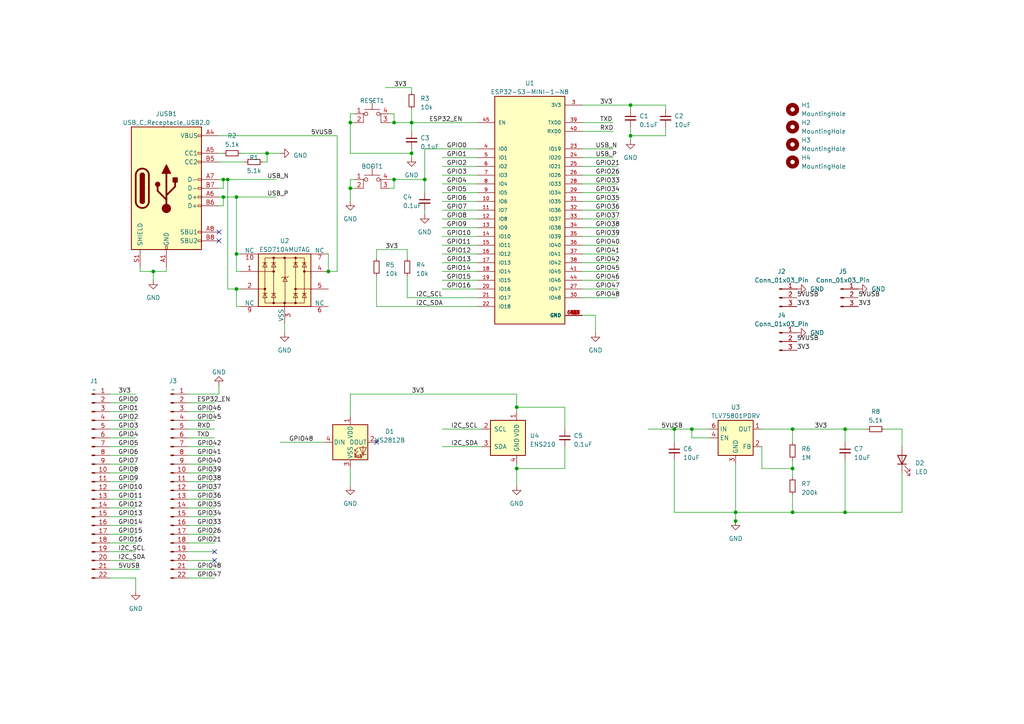
<source format=kicad_sch>
(kicad_sch (version 20231120) (generator "eeschema") (generator_version "8.0")
  (paper "A4")
  (lib_symbols
    (symbol "Connector:Conn_01x03_Pin" (pin_names (offset 1.016) hide)
      (property "Reference" "J" (at 0 5.08 0))
      (property "Value" "Conn_01x03_Pin" (at 0 -5.08 0))
      (symbol "Conn_01x03_Pin_1_1"
        (pin passive line (at 5.08 2.54 180) (length 3.81) (name "Pin_1") (number "1"))
        (pin passive line (at 5.08 0 180) (length 3.81) (name "Pin_2") (number "2"))
        (pin passive line (at 5.08 -2.54 180) (length 3.81) (name "Pin_3") (number "3"))
      )
    )
    (symbol "Connector:Conn_01x22_Pin" (pin_names (offset 1.016) hide)
      (property "Reference" "J" (at 0 27.94 0))
      (property "Value" "Conn_01x22_Pin" (at 0 -30.48 0))
      (symbol "Conn_01x22_Pin_1_1"
        (pin passive line (at 5.08 25.4 180) (length 3.81) (name "Pin_1") (number "1"))
        (pin passive line (at 5.08 2.54 180) (length 3.81) (name "Pin_10") (number "10"))
        (pin passive line (at 5.08 0 180) (length 3.81) (name "Pin_11") (number "11"))
        (pin passive line (at 5.08 -2.54 180) (length 3.81) (name "Pin_12") (number "12"))
        (pin passive line (at 5.08 -5.08 180) (length 3.81) (name "Pin_13") (number "13"))
        (pin passive line (at 5.08 -7.62 180) (length 3.81) (name "Pin_14") (number "14"))
        (pin passive line (at 5.08 -10.16 180) (length 3.81) (name "Pin_15") (number "15"))
        (pin passive line (at 5.08 -12.7 180) (length 3.81) (name "Pin_16") (number "16"))
        (pin passive line (at 5.08 -15.24 180) (length 3.81) (name "Pin_17") (number "17"))
        (pin passive line (at 5.08 -17.78 180) (length 3.81) (name "Pin_18") (number "18"))
        (pin passive line (at 5.08 -20.32 180) (length 3.81) (name "Pin_19") (number "19"))
        (pin passive line (at 5.08 22.86 180) (length 3.81) (name "Pin_2") (number "2"))
        (pin passive line (at 5.08 -22.86 180) (length 3.81) (name "Pin_20") (number "20"))
        (pin passive line (at 5.08 -25.4 180) (length 3.81) (name "Pin_21") (number "21"))
        (pin passive line (at 5.08 -27.94 180) (length 3.81) (name "Pin_22") (number "22"))
        (pin passive line (at 5.08 20.32 180) (length 3.81) (name "Pin_3") (number "3"))
        (pin passive line (at 5.08 17.78 180) (length 3.81) (name "Pin_4") (number "4"))
        (pin passive line (at 5.08 15.24 180) (length 3.81) (name "Pin_5") (number "5"))
        (pin passive line (at 5.08 12.7 180) (length 3.81) (name "Pin_6") (number "6"))
        (pin passive line (at 5.08 10.16 180) (length 3.81) (name "Pin_7") (number "7"))
        (pin passive line (at 5.08 7.62 180) (length 3.81) (name "Pin_8") (number "8"))
        (pin passive line (at 5.08 5.08 180) (length 3.81) (name "Pin_9") (number "9"))
      )
    )
    (symbol "Connector:USB_C_Receptacle_USB2.0" (pin_names (offset 1.016))
      (property "Reference" "J" (at -10.16 19.05 0))
      (property "Value" "USB_C_Receptacle_USB2.0" (at 19.05 19.05 0))
      (symbol "USB_C_Receptacle_USB2.0_1_1"
        (pin passive line (at 0 -22.86 90) (length 5.08) (name "GND") (number "A1"))
        (pin passive line (at 0 -22.86 90) (length 5.08) hide (name "GND") (number "A12"))
        (pin passive line (at 15.24 15.24 180) (length 5.08) (name "VBUS") (number "A4"))
        (pin bidirectional line (at 15.24 10.16 180) (length 5.08) (name "CC1") (number "A5"))
        (pin bidirectional line (at 15.24 -2.54 180) (length 5.08) (name "D+") (number "A6"))
        (pin bidirectional line (at 15.24 2.54 180) (length 5.08) (name "D-") (number "A7"))
        (pin bidirectional line (at 15.24 -12.7 180) (length 5.08) (name "SBU1") (number "A8"))
        (pin passive line (at 15.24 15.24 180) (length 5.08) hide (name "VBUS") (number "A9"))
        (pin passive line (at 0 -22.86 90) (length 5.08) hide (name "GND") (number "B1"))
        (pin passive line (at 0 -22.86 90) (length 5.08) hide (name "GND") (number "B12"))
        (pin passive line (at 15.24 15.24 180) (length 5.08) hide (name "VBUS") (number "B4"))
        (pin bidirectional line (at 15.24 7.62 180) (length 5.08) (name "CC2") (number "B5"))
        (pin bidirectional line (at 15.24 -5.08 180) (length 5.08) (name "D+") (number "B6"))
        (pin bidirectional line (at 15.24 0 180) (length 5.08) (name "D-") (number "B7"))
        (pin bidirectional line (at 15.24 -15.24 180) (length 5.08) (name "SBU2") (number "B8"))
        (pin passive line (at 15.24 15.24 180) (length 5.08) hide (name "VBUS") (number "B9"))
        (pin passive line (at -7.62 -22.86 90) (length 5.08) (name "SHIELD") (number "S1"))
      )
    )
    (symbol "Device:C_Small" (pin_numbers hide) (pin_names (offset 0.254) hide)
      (property "Reference" "C" (at 0.254 1.778 0))
      (property "Value" "C_Small" (at 0.254 -2.032 0))
      (symbol "C_Small_1_1"
        (pin passive line (at 0 2.54 270) (length 2.032) (name "~") (number "1"))
        (pin passive line (at 0 -2.54 90) (length 2.032) (name "~") (number "2"))
      )
    )
    (symbol "Device:LED" (pin_numbers hide) (pin_names (offset 1.016) hide)
      (property "Reference" "D" (at 0 2.54 0))
      (property "Value" "LED" (at 0 -2.54 0))
      (symbol "LED_1_1"
        (pin passive line (at -3.81 0 0) (length 2.54) (name "K") (number "1"))
        (pin passive line (at 3.81 0 180) (length 2.54) (name "A") (number "2"))
      )
    )
    (symbol "Device:R_Small" (pin_numbers hide) (pin_names (offset 0.254) hide)
      (property "Reference" "R" (at 0.762 0.508 0))
      (property "Value" "R_Small" (at 0.762 -1.016 0))
      (symbol "R_Small_1_1"
        (pin passive line (at 0 2.54 270) (length 0.762) (name "~") (number "1"))
        (pin passive line (at 0 -2.54 90) (length 0.762) (name "~") (number "2"))
      )
    )
    (symbol "ESP32-S3-MINI-1-N8:ESP32-S3-MINI-1-N8" (pin_names (offset 1.016))
      (property "Reference" "U" (at -10.16 34.29 0))
      (property "Value" "ESP32-S3-MINI-1-N8" (at -10.16 -35.56 0))
      (symbol "ESP32-S3-MINI-1-N8_0_0"
        (pin power_in line (at 15.24 -30.48 180) (length 5.08) (name "GND") (number "1"))
        (pin bidirectional line (at -15.24 2.54 0) (length 5.08) (name "IO6") (number "10"))
        (pin bidirectional line (at -15.24 0 0) (length 5.08) (name "IO7") (number "11"))
        (pin bidirectional line (at -15.24 -2.54 0) (length 5.08) (name "IO8") (number "12"))
        (pin bidirectional line (at -15.24 -5.08 0) (length 5.08) (name "IO9") (number "13"))
        (pin bidirectional line (at -15.24 -7.62 0) (length 5.08) (name "IO10") (number "14"))
        (pin bidirectional line (at -15.24 -10.16 0) (length 5.08) (name "IO11") (number "15"))
        (pin bidirectional line (at -15.24 -12.7 0) (length 5.08) (name "IO12") (number "16"))
        (pin bidirectional line (at -15.24 -15.24 0) (length 5.08) (name "IO13") (number "17"))
        (pin bidirectional line (at -15.24 -17.78 0) (length 5.08) (name "IO14") (number "18"))
        (pin bidirectional line (at -15.24 -20.32 0) (length 5.08) (name "IO15") (number "19"))
        (pin power_in line (at 15.24 -30.48 180) (length 5.08) (name "GND") (number "2"))
        (pin bidirectional line (at -15.24 -22.86 0) (length 5.08) (name "IO16") (number "20"))
        (pin bidirectional line (at -15.24 -25.4 0) (length 5.08) (name "IO17") (number "21"))
        (pin bidirectional line (at -15.24 -27.94 0) (length 5.08) (name "IO18") (number "22"))
        (pin bidirectional line (at 15.24 17.78 180) (length 5.08) (name "IO19") (number "23"))
        (pin bidirectional line (at 15.24 15.24 180) (length 5.08) (name "IO20") (number "24"))
        (pin bidirectional line (at 15.24 12.7 180) (length 5.08) (name "IO21") (number "25"))
        (pin bidirectional line (at 15.24 10.16 180) (length 5.08) (name "IO26") (number "26"))
        (pin bidirectional line (at 15.24 -22.86 180) (length 5.08) (name "IO47") (number "27"))
        (pin bidirectional line (at 15.24 7.62 180) (length 5.08) (name "IO33") (number "28"))
        (pin bidirectional line (at 15.24 5.08 180) (length 5.08) (name "IO34") (number "29"))
        (pin power_in line (at 15.24 30.48 180) (length 5.08) (name "3V3") (number "3"))
        (pin bidirectional line (at 15.24 -25.4 180) (length 5.08) (name "IO48") (number "30"))
        (pin bidirectional line (at 15.24 2.54 180) (length 5.08) (name "IO35") (number "31"))
        (pin bidirectional line (at 15.24 0 180) (length 5.08) (name "IO36") (number "32"))
        (pin bidirectional line (at 15.24 -2.54 180) (length 5.08) (name "IO37") (number "33"))
        (pin bidirectional line (at 15.24 -5.08 180) (length 5.08) (name "IO38") (number "34"))
        (pin bidirectional line (at 15.24 -7.62 180) (length 5.08) (name "IO39") (number "35"))
        (pin bidirectional line (at 15.24 -10.16 180) (length 5.08) (name "IO40") (number "36"))
        (pin bidirectional line (at 15.24 -12.7 180) (length 5.08) (name "IO41") (number "37"))
        (pin bidirectional line (at 15.24 -15.24 180) (length 5.08) (name "IO42") (number "38"))
        (pin bidirectional line (at 15.24 25.4 180) (length 5.08) (name "TXD0") (number "39"))
        (pin bidirectional line (at -15.24 17.78 0) (length 5.08) (name "IO0") (number "4"))
        (pin bidirectional line (at 15.24 22.86 180) (length 5.08) (name "RXD0") (number "40"))
        (pin bidirectional line (at 15.24 -17.78 180) (length 5.08) (name "IO45") (number "41"))
        (pin power_in line (at 15.24 -30.48 180) (length 5.08) (name "GND") (number "42"))
        (pin power_in line (at 15.24 -30.48 180) (length 5.08) (name "GND") (number "43"))
        (pin bidirectional line (at 15.24 -20.32 180) (length 5.08) (name "IO46") (number "44"))
        (pin input line (at -15.24 25.4 0) (length 5.08) (name "EN") (number "45"))
        (pin power_in line (at 15.24 -30.48 180) (length 5.08) (name "GND") (number "46"))
        (pin power_in line (at 15.24 -30.48 180) (length 5.08) (name "GND") (number "47"))
        (pin power_in line (at 15.24 -30.48 180) (length 5.08) (name "GND") (number "48"))
        (pin power_in line (at 15.24 -30.48 180) (length 5.08) (name "GND") (number "49"))
        (pin bidirectional line (at -15.24 15.24 0) (length 5.08) (name "IO1") (number "5"))
        (pin power_in line (at 15.24 -30.48 180) (length 5.08) (name "GND") (number "50"))
        (pin power_in line (at 15.24 -30.48 180) (length 5.08) (name "GND") (number "51"))
        (pin power_in line (at 15.24 -30.48 180) (length 5.08) (name "GND") (number "52"))
        (pin power_in line (at 15.24 -30.48 180) (length 5.08) (name "GND") (number "53"))
        (pin power_in line (at 15.24 -30.48 180) (length 5.08) (name "GND") (number "54"))
        (pin power_in line (at 15.24 -30.48 180) (length 5.08) (name "GND") (number "55"))
        (pin power_in line (at 15.24 -30.48 180) (length 5.08) (name "GND") (number "56"))
        (pin power_in line (at 15.24 -30.48 180) (length 5.08) (name "GND") (number "57"))
        (pin power_in line (at 15.24 -30.48 180) (length 5.08) (name "GND") (number "58"))
        (pin power_in line (at 15.24 -30.48 180) (length 5.08) (name "GND") (number "59"))
        (pin bidirectional line (at -15.24 12.7 0) (length 5.08) (name "IO2") (number "6"))
        (pin power_in line (at 15.24 -30.48 180) (length 5.08) (name "GND") (number "60"))
        (pin power_in line (at 15.24 -30.48 180) (length 5.08) (name "GND") (number "61"))
        (pin power_in line (at 15.24 -30.48 180) (length 5.08) (name "GND") (number "61_1"))
        (pin power_in line (at 15.24 -30.48 180) (length 5.08) (name "GND") (number "61_2"))
        (pin power_in line (at 15.24 -30.48 180) (length 5.08) (name "GND") (number "61_3"))
        (pin power_in line (at 15.24 -30.48 180) (length 5.08) (name "GND") (number "61_4"))
        (pin power_in line (at 15.24 -30.48 180) (length 5.08) (name "GND") (number "61_5"))
        (pin power_in line (at 15.24 -30.48 180) (length 5.08) (name "GND") (number "61_6"))
        (pin power_in line (at 15.24 -30.48 180) (length 5.08) (name "GND") (number "61_7"))
        (pin power_in line (at 15.24 -30.48 180) (length 5.08) (name "GND") (number "61_8"))
        (pin power_in line (at 15.24 -30.48 180) (length 5.08) (name "GND") (number "62"))
        (pin power_in line (at 15.24 -30.48 180) (length 5.08) (name "GND") (number "63"))
        (pin power_in line (at 15.24 -30.48 180) (length 5.08) (name "GND") (number "64"))
        (pin power_in line (at 15.24 -30.48 180) (length 5.08) (name "GND") (number "65"))
        (pin bidirectional line (at -15.24 10.16 0) (length 5.08) (name "IO3") (number "7"))
        (pin bidirectional line (at -15.24 7.62 0) (length 5.08) (name "IO4") (number "8"))
        (pin bidirectional line (at -15.24 5.08 0) (length 5.08) (name "IO5") (number "9"))
      )
    )
    (symbol "GND_1" (power) (pin_numbers hide) (pin_names (offset 0) hide)
      (property "Value" "GND" (at 0 -3.81 0))
      (symbol "GND_1_1_1"
        (pin power_in line (at 0 0 270) (length 0) (name "~") (number "1"))
      )
    )
    (symbol "LED:WS2812B" (pin_names (offset 0.254))
      (property "Reference" "D" (at 5.08 5.715 0))
      (property "Value" "WS2812B" (at 1.27 -5.715 0))
      (symbol "WS2812B_0_0"
        (text "RGB" (at 2.286 -4.191 0) (effects (font (size 0.762 0.762))))
      )
      (symbol "WS2812B_1_1"
        (pin power_in line (at 0 7.62 270) (length 2.54) (name "VDD") (number "1"))
        (pin output line (at 7.62 0 180) (length 2.54) (name "DOUT") (number "2"))
        (pin power_in line (at 0 -7.62 90) (length 2.54) (name "VSS") (number "3"))
        (pin input line (at -7.62 0 0) (length 2.54) (name "DIN") (number "4"))
      )
    )
    (symbol "Mechanical:MountingHole" (pin_names (offset 1.016)) (exclude_from_sim yes) (in_bom no)
      (property "Reference" "H" (at 0 5.08 0))
      (property "Value" "MountingHole" (at 0 3.175 0))
    )
    (symbol "Power_Protection:D3V3XA4B10LP" (pin_names (offset 0))
      (property "Reference" "U" (at -0.635 8.89 0))
      (property "Value" "D3V3XA4B10LP" (at 8.89 -10.16 0))
      (symbol "D3V3XA4B10LP_1_1"
        (pin passive line (at -12.7 2.54 0) (length 5.08) (name "~") (number "1"))
        (pin free line (at -12.7 7.62 0) (length 5.08) (name "NC") (number "10"))
        (pin passive line (at -12.7 -2.54 0) (length 5.08) (name "~") (number "2"))
        (pin power_in line (at 0 -12.7 90) (length 5.08) (name "VSS") (number "3"))
        (pin passive line (at 12.7 2.54 180) (length 5.08) (name "~") (number "4"))
        (pin passive line (at 12.7 -2.54 180) (length 5.08) (name "~") (number "5"))
        (pin free line (at 12.7 -7.62 180) (length 5.08) (name "NC") (number "6"))
        (pin free line (at 12.7 7.62 180) (length 5.08) (name "NC") (number "7"))
        (pin passive line (at 0 -12.7 90) (length 5.08) hide (name "VSS") (number "8"))
        (pin free line (at -12.7 -7.62 0) (length 5.08) (name "NC") (number "9"))
      )
    )
    (symbol "Regulator_Linear:TLV75801PDRV"
      (property "Reference" "U" (at -3.81 6.35 0))
      (property "Value" "TLV75801PDRV" (at 0 6.35 0))
      (symbol "TLV75801PDRV_1_1"
        (pin power_out line (at 7.62 2.54 180) (length 2.54) (name "OUT") (number "1"))
        (pin input line (at 7.62 -2.54 180) (length 2.54) (name "FB") (number "2"))
        (pin power_in line (at 0 -7.62 90) (length 2.54) (name "GND") (number "3"))
        (pin input line (at -7.62 0 0) (length 2.54) (name "EN") (number "4"))
        (pin no_connect line (at 5.08 0 180) (length 2.54) hide (name "DNC") (number "5"))
        (pin power_in line (at -7.62 2.54 0) (length 2.54) (name "IN") (number "6"))
        (pin passive line (at 0 -7.62 90) (length 2.54) hide (name "GND") (number "7"))
      )
    )
    (symbol "Sensor_Humidity:ENS210" (pin_names (offset 1.016))
      (property "Reference" "U" (at -7.62 10.16 0))
      (property "Value" "ENS210" (at -7.62 7.62 0))
      (symbol "ENS210_1_1"
        (pin power_in line (at 2.54 7.62 270) (length 2.54) (name "VDD") (number "1"))
        (pin input line (at -7.62 2.54 0) (length 2.54) (name "SCL") (number "2"))
        (pin bidirectional line (at -7.62 -2.54 0) (length 2.54) (name "SDA") (number "3"))
        (pin power_in line (at 2.54 -7.62 90) (length 2.54) (name "GND") (number "4"))
        (pin passive line (at 2.54 -7.62 90) (length 2.54) hide (name "GND") (number "5"))
      )
    )
    (symbol "Switch:SW_MEC_5E" (pin_names (offset 1.016) hide)
      (property "Reference" "SW" (at 0.635 5.715 0))
      (property "Value" "SW_MEC_5E" (at 0 -3.175 0))
      (symbol "SW_MEC_5E_0_1"
        (pin passive line (at -5.08 2.54 0) (length 2.54) (name "1") (number "1"))
        (pin passive line (at -5.08 0 0) (length 2.54) (name "2") (number "2"))
        (pin passive line (at 5.08 0 180) (length 2.54) (name "K") (number "3"))
        (pin passive line (at 5.08 2.54 180) (length 2.54) (name "A") (number "4"))
      )
    )
    (symbol "power:GND" (power) (pin_names (offset 0))
      (property "Value" "GND" (at 0 -3.81 0))
      (symbol "GND_1_1"
        (pin power_in line (at 0 0 270) (length 0) hide (name "GND") (number "1"))
      )
    )
  )
  (junction (at 213.36 151.13))
  (junction (at 182.88 30.48))
  (junction (at 213.36 148.59))
  (junction (at 114.3 35.56))
  (junction (at 123.19 52.07))
  (junction (at 101.6 35.56))
  (junction (at 66.04 52.07))
  (junction (at 64.77 52.07))
  (junction (at 200.66 124.46))
  (junction (at 64.77 57.15))
  (junction (at 149.86 118.11))
  (junction (at 182.88 39.37))
  (junction (at 229.87 148.59))
  (junction (at 101.6 54.61))
  (junction (at 245.11 124.46))
  (junction (at 229.87 135.89))
  (junction (at 119.38 35.56))
  (junction (at 95.25 78.74))
  (junction (at 114.3 52.07))
  (junction (at 68.58 73.66))
  (junction (at 149.86 135.89))
  (junction (at 119.38 44.45))
  (junction (at 68.58 83.82))
  (junction (at 68.58 57.15))
  (junction (at 77.47 44.45))
  (junction (at 44.45 78.74))
  (junction (at 229.87 124.46))
  (junction (at 195.58 124.46))
  (junction (at 245.11 148.59))
  (no_connect (at 62.23 160.02))
  (no_connect (at 62.23 162.56))
  (no_connect (at 109.22 128.27))
  (no_connect (at 63.5 67.31))
  (no_connect (at 63.5 69.85))
  (wire (pts (xy 128.27 53.34) (xy 138.43 53.34)))
  (wire (pts (xy 168.91 35.56) (xy 177.8 35.56)))
  (wire (pts (xy 31.75 167.64) (xy 39.37 167.64)))
  (wire (pts (xy 101.6 33.02) (xy 101.6 35.56)))
  (wire (pts (xy 261.62 137.16) (xy 261.62 148.59)))
  (wire (pts (xy 69.85 44.45) (xy 77.47 44.45)))
  (wire (pts (xy 168.91 73.66) (xy 179.07 73.66)))
  (wire (pts (xy 168.91 38.1) (xy 177.8 38.1)))
  (wire (pts (xy 168.91 86.36) (xy 179.07 86.36)))
  (wire (pts (xy 54.61 114.3) (xy 63.5 114.3)))
  (wire (pts (xy 31.75 124.46) (xy 39.37 124.46)))
  (wire (pts (xy 95.25 78.74) (xy 97.79 78.74)))
  (wire (pts (xy 119.38 44.45) (xy 119.38 45.72)))
  (wire (pts (xy 193.04 36.83) (xy 193.04 39.37)))
  (wire (pts (xy 245.11 133.35) (xy 245.11 148.59)))
  (wire (pts (xy 128.27 68.58) (xy 138.43 68.58)))
  (wire (pts (xy 168.91 66.04) (xy 179.07 66.04)))
  (wire (pts (xy 118.11 80.01) (xy 118.11 86.36)))
  (wire (pts (xy 128.27 78.74) (xy 138.43 78.74)))
  (wire (pts (xy 102.87 33.02) (xy 101.6 33.02)))
  (wire (pts (xy 128.27 129.54) (xy 139.7 129.54)))
  (wire (pts (xy 229.87 135.89) (xy 229.87 138.43)))
  (wire (pts (xy 54.61 154.94) (xy 62.23 154.94)))
  (wire (pts (xy 31.75 121.92) (xy 39.37 121.92)))
  (wire (pts (xy 31.75 165.1) (xy 40.64 165.1)))
  (wire (pts (xy 229.87 148.59) (xy 245.11 148.59)))
  (wire (pts (xy 54.61 139.7) (xy 62.23 139.7)))
  (wire (pts (xy 168.91 30.48) (xy 182.88 30.48)))
  (wire (pts (xy 102.87 52.07) (xy 101.6 52.07)))
  (wire (pts (xy 68.58 57.15) (xy 68.58 73.66)))
  (wire (pts (xy 168.91 78.74) (xy 179.07 78.74)))
  (wire (pts (xy 123.19 55.88) (xy 123.19 52.07)))
  (wire (pts (xy 168.91 48.26) (xy 179.07 48.26)))
  (wire (pts (xy 256.54 124.46) (xy 261.62 124.46)))
  (wire (pts (xy 31.75 114.3) (xy 39.37 114.3)))
  (wire (pts (xy 68.58 73.66) (xy 69.85 73.66)))
  (wire (pts (xy 205.74 127) (xy 200.66 127)))
  (wire (pts (xy 168.91 81.28) (xy 179.07 81.28)))
  (wire (pts (xy 31.75 149.86) (xy 39.37 149.86)))
  (wire (pts (xy 168.91 53.34) (xy 179.07 53.34)))
  (wire (pts (xy 182.88 36.83) (xy 182.88 39.37)))
  (wire (pts (xy 229.87 124.46) (xy 229.87 128.27)))
  (wire (pts (xy 64.77 54.61) (xy 64.77 52.07)))
  (wire (pts (xy 128.27 45.72) (xy 138.43 45.72)))
  (wire (pts (xy 63.5 39.37) (xy 97.79 39.37)))
  (wire (pts (xy 113.03 54.61) (xy 114.3 54.61)))
  (wire (pts (xy 40.64 78.74) (xy 44.45 78.74)))
  (wire (pts (xy 54.61 137.16) (xy 62.23 137.16)))
  (wire (pts (xy 119.38 44.45) (xy 101.6 44.45)))
  (wire (pts (xy 44.45 81.28) (xy 44.45 78.74)))
  (wire (pts (xy 213.36 148.59) (xy 229.87 148.59)))
  (wire (pts (xy 128.27 55.88) (xy 138.43 55.88)))
  (wire (pts (xy 114.3 33.02) (xy 114.3 35.56)))
  (wire (pts (xy 111.76 25.4) (xy 119.38 25.4)))
  (wire (pts (xy 68.58 83.82) (xy 66.04 83.82)))
  (wire (pts (xy 168.91 50.8) (xy 179.07 50.8)))
  (wire (pts (xy 168.91 43.18) (xy 177.8 43.18)))
  (wire (pts (xy 64.77 57.15) (xy 68.58 57.15)))
  (wire (pts (xy 69.85 88.9) (xy 68.58 88.9)))
  (wire (pts (xy 119.38 35.56) (xy 119.38 38.1)))
  (wire (pts (xy 31.75 162.56) (xy 39.37 162.56)))
  (wire (pts (xy 114.3 54.61) (xy 114.3 52.07)))
  (wire (pts (xy 261.62 148.59) (xy 245.11 148.59)))
  (wire (pts (xy 195.58 148.59) (xy 213.36 148.59)))
  (wire (pts (xy 101.6 114.3) (xy 149.86 114.3)))
  (wire (pts (xy 63.5 59.69) (xy 64.77 59.69)))
  (wire (pts (xy 101.6 120.65) (xy 101.6 114.3)))
  (wire (pts (xy 109.22 88.9) (xy 138.43 88.9)))
  (wire (pts (xy 31.75 152.4) (xy 39.37 152.4)))
  (wire (pts (xy 182.88 30.48) (xy 193.04 30.48)))
  (wire (pts (xy 245.11 128.27) (xy 245.11 124.46)))
  (wire (pts (xy 54.61 116.84) (xy 62.23 116.84)))
  (wire (pts (xy 200.66 124.46) (xy 205.74 124.46)))
  (wire (pts (xy 54.61 129.54) (xy 62.23 129.54)))
  (wire (pts (xy 54.61 121.92) (xy 62.23 121.92)))
  (wire (pts (xy 163.83 135.89) (xy 149.86 135.89)))
  (wire (pts (xy 113.03 52.07) (xy 114.3 52.07)))
  (wire (pts (xy 54.61 147.32) (xy 62.23 147.32)))
  (wire (pts (xy 31.75 129.54) (xy 39.37 129.54)))
  (wire (pts (xy 63.5 54.61) (xy 64.77 54.61)))
  (wire (pts (xy 109.22 72.39) (xy 118.11 72.39)))
  (wire (pts (xy 81.28 128.27) (xy 93.98 128.27)))
  (wire (pts (xy 119.38 31.75) (xy 119.38 35.56)))
  (wire (pts (xy 68.58 73.66) (xy 68.58 78.74)))
  (wire (pts (xy 63.5 111.76) (xy 63.5 114.3)))
  (wire (pts (xy 66.04 52.07) (xy 80.01 52.07)))
  (wire (pts (xy 163.83 124.46) (xy 163.83 118.11)))
  (wire (pts (xy 128.27 66.04) (xy 138.43 66.04)))
  (wire (pts (xy 64.77 52.07) (xy 66.04 52.07)))
  (wire (pts (xy 54.61 144.78) (xy 62.23 144.78)))
  (wire (pts (xy 77.47 46.99) (xy 77.47 44.45)))
  (wire (pts (xy 31.75 127) (xy 39.37 127)))
  (wire (pts (xy 128.27 48.26) (xy 138.43 48.26)))
  (wire (pts (xy 66.04 83.82) (xy 66.04 52.07)))
  (wire (pts (xy 187.96 124.46) (xy 195.58 124.46)))
  (wire (pts (xy 245.11 124.46) (xy 229.87 124.46)))
  (wire (pts (xy 193.04 31.75) (xy 193.04 30.48)))
  (wire (pts (xy 101.6 44.45) (xy 101.6 35.56)))
  (wire (pts (xy 54.61 162.56) (xy 62.23 162.56)))
  (wire (pts (xy 261.62 124.46) (xy 261.62 129.54)))
  (wire (pts (xy 114.3 35.56) (xy 119.38 35.56)))
  (wire (pts (xy 149.86 114.3) (xy 149.86 118.11)))
  (wire (pts (xy 113.03 35.56) (xy 114.3 35.56)))
  (wire (pts (xy 63.5 44.45) (xy 64.77 44.45)))
  (wire (pts (xy 54.61 119.38) (xy 62.23 119.38)))
  (wire (pts (xy 54.61 124.46) (xy 62.23 124.46)))
  (wire (pts (xy 123.19 43.18) (xy 138.43 43.18)))
  (wire (pts (xy 69.85 83.82) (xy 68.58 83.82)))
  (wire (pts (xy 182.88 39.37) (xy 182.88 40.64)))
  (wire (pts (xy 168.91 55.88) (xy 179.07 55.88)))
  (wire (pts (xy 128.27 73.66) (xy 138.43 73.66)))
  (wire (pts (xy 101.6 54.61) (xy 101.6 58.42)))
  (wire (pts (xy 68.58 57.15) (xy 80.01 57.15)))
  (wire (pts (xy 229.87 143.51) (xy 229.87 148.59)))
  (wire (pts (xy 31.75 134.62) (xy 39.37 134.62)))
  (wire (pts (xy 119.38 43.18) (xy 119.38 44.45)))
  (wire (pts (xy 31.75 142.24) (xy 39.37 142.24)))
  (wire (pts (xy 168.91 45.72) (xy 177.8 45.72)))
  (wire (pts (xy 229.87 124.46) (xy 220.98 124.46)))
  (wire (pts (xy 128.27 83.82) (xy 138.43 83.82)))
  (wire (pts (xy 119.38 35.56) (xy 138.43 35.56)))
  (wire (pts (xy 128.27 76.2) (xy 138.43 76.2)))
  (wire (pts (xy 168.91 71.12) (xy 179.07 71.12)))
  (wire (pts (xy 149.86 134.62) (xy 149.86 135.89)))
  (wire (pts (xy 68.58 88.9) (xy 68.58 83.82)))
  (wire (pts (xy 31.75 144.78) (xy 39.37 144.78)))
  (wire (pts (xy 163.83 118.11) (xy 149.86 118.11)))
  (wire (pts (xy 95.25 73.66) (xy 95.25 78.74)))
  (wire (pts (xy 77.47 44.45) (xy 81.28 44.45)))
  (wire (pts (xy 97.79 78.74) (xy 97.79 39.37)))
  (wire (pts (xy 128.27 124.46) (xy 139.7 124.46)))
  (wire (pts (xy 220.98 129.54) (xy 220.98 135.89)))
  (wire (pts (xy 213.36 148.59) (xy 213.36 151.13)))
  (wire (pts (xy 31.75 160.02) (xy 39.37 160.02)))
  (wire (pts (xy 54.61 165.1) (xy 62.23 165.1)))
  (wire (pts (xy 31.75 154.94) (xy 39.37 154.94)))
  (wire (pts (xy 123.19 43.18) (xy 123.19 52.07)))
  (wire (pts (xy 149.86 135.89) (xy 149.86 140.97)))
  (wire (pts (xy 168.91 60.96) (xy 179.07 60.96)))
  (wire (pts (xy 123.19 60.96) (xy 123.19 62.23)))
  (wire (pts (xy 54.61 127) (xy 62.23 127)))
  (wire (pts (xy 195.58 124.46) (xy 200.66 124.46)))
  (wire (pts (xy 168.91 83.82) (xy 179.07 83.82)))
  (wire (pts (xy 163.83 129.54) (xy 163.83 135.89)))
  (wire (pts (xy 118.11 72.39) (xy 118.11 74.93)))
  (wire (pts (xy 168.91 58.42) (xy 179.07 58.42)))
  (wire (pts (xy 168.91 63.5) (xy 179.07 63.5)))
  (wire (pts (xy 109.22 80.01) (xy 109.22 88.9)))
  (wire (pts (xy 182.88 31.75) (xy 182.88 30.48)))
  (wire (pts (xy 63.5 57.15) (xy 64.77 57.15)))
  (wire (pts (xy 168.91 76.2) (xy 179.07 76.2)))
  (wire (pts (xy 69.85 78.74) (xy 68.58 78.74)))
  (wire (pts (xy 119.38 26.67) (xy 119.38 25.4)))
  (wire (pts (xy 31.75 147.32) (xy 39.37 147.32)))
  (wire (pts (xy 54.61 134.62) (xy 62.23 134.62)))
  (wire (pts (xy 172.72 91.44) (xy 172.72 96.52)))
  (wire (pts (xy 31.75 139.7) (xy 39.37 139.7)))
  (wire (pts (xy 213.36 134.62) (xy 213.36 148.59)))
  (wire (pts (xy 101.6 52.07) (xy 101.6 54.61)))
  (wire (pts (xy 64.77 59.69) (xy 64.77 57.15)))
  (wire (pts (xy 40.64 77.47) (xy 40.64 78.74)))
  (wire (pts (xy 54.61 152.4) (xy 62.23 152.4)))
  (wire (pts (xy 31.75 116.84) (xy 39.37 116.84)))
  (wire (pts (xy 82.55 93.98) (xy 82.55 96.52)))
  (wire (pts (xy 63.5 46.99) (xy 71.12 46.99)))
  (wire (pts (xy 101.6 35.56) (xy 102.87 35.56)))
  (wire (pts (xy 193.04 39.37) (xy 182.88 39.37)))
  (wire (pts (xy 54.61 167.64) (xy 62.23 167.64)))
  (wire (pts (xy 48.26 78.74) (xy 44.45 78.74)))
  (wire (pts (xy 128.27 60.96) (xy 138.43 60.96)))
  (wire (pts (xy 245.11 124.46) (xy 251.46 124.46)))
  (wire (pts (xy 128.27 50.8) (xy 138.43 50.8)))
  (wire (pts (xy 220.98 135.89) (xy 229.87 135.89)))
  (wire (pts (xy 54.61 160.02) (xy 62.23 160.02)))
  (wire (pts (xy 128.27 58.42) (xy 138.43 58.42)))
  (wire (pts (xy 200.66 127) (xy 200.66 124.46)))
  (wire (pts (xy 123.19 52.07) (xy 114.3 52.07)))
  (wire (pts (xy 31.75 132.08) (xy 39.37 132.08)))
  (wire (pts (xy 229.87 133.35) (xy 229.87 135.89)))
  (wire (pts (xy 128.27 63.5) (xy 138.43 63.5)))
  (wire (pts (xy 54.61 149.86) (xy 62.23 149.86)))
  (wire (pts (xy 128.27 71.12) (xy 138.43 71.12)))
  (wire (pts (xy 31.75 119.38) (xy 39.37 119.38)))
  (wire (pts (xy 54.61 157.48) (xy 62.23 157.48)))
  (wire (pts (xy 195.58 133.35) (xy 195.58 148.59)))
  (wire (pts (xy 54.61 142.24) (xy 62.23 142.24)))
  (wire (pts (xy 31.75 157.48) (xy 39.37 157.48)))
  (wire (pts (xy 63.5 52.07) (xy 64.77 52.07)))
  (wire (pts (xy 213.36 151.13) (xy 213.36 152.4)))
  (wire (pts (xy 48.26 77.47) (xy 48.26 78.74)))
  (wire (pts (xy 76.2 46.99) (xy 77.47 46.99)))
  (wire (pts (xy 128.27 81.28) (xy 138.43 81.28)))
  (wire (pts (xy 118.11 86.36) (xy 138.43 86.36)))
  (wire (pts (xy 195.58 124.46) (xy 195.58 128.27)))
  (wire (pts (xy 31.75 137.16) (xy 39.37 137.16)))
  (wire (pts (xy 113.03 33.02) (xy 114.3 33.02)))
  (wire (pts (xy 102.87 54.61) (xy 101.6 54.61)))
  (wire (pts (xy 101.6 135.89) (xy 101.6 140.97)))
  (wire (pts (xy 109.22 74.93) (xy 109.22 72.39)))
  (wire (pts (xy 168.91 68.58) (xy 179.07 68.58)))
  (wire (pts (xy 149.86 118.11) (xy 149.86 119.38)))
  (wire (pts (xy 54.61 132.08) (xy 62.23 132.08)))
  (wire (pts (xy 39.37 167.64) (xy 39.37 171.45)))
  (wire (pts (xy 168.91 91.44) (xy 172.72 91.44)))
  (label "GPIO45" (at 57.15 121.92 0))
  (label "GPIO7" (at 34.29 134.62 0))
  (label "GPIO0" (at 129.54 43.18 0))
  (label "GPIO13" (at 34.29 149.86 0))
  (label "5VUSB" (at 34.29 165.1 0))
  (label "GPIO11" (at 129.54 71.12 0))
  (label "GPIO47" (at 172.72 83.82 0))
  (label "GPIO0" (at 34.29 116.84 0))
  (label "GPIO6" (at 129.54 58.42 0))
  (label "3V3" (at 111.76 72.39 0))
  (label "GPIO36" (at 57.15 144.78 0))
  (label "GPIO34" (at 57.15 149.86 0))
  (label "USB_P" (at 172.72 45.72 0))
  (label "GPIO48" (at 83.82 128.27 0))
  (label "GPIO4" (at 34.29 127 0))
  (label "GPIO14" (at 129.54 78.74 0))
  (label "3V3" (at 173.99 30.48 0))
  (label "GPIO26" (at 57.15 154.94 0))
  (label "5VUSB" (at 231.14 99.06 0))
  (label "GPIO3" (at 129.54 50.8 0))
  (label "USB_P" (at 77.47 57.15 0))
  (label "GPIO15" (at 129.54 81.28 0))
  (label "GPIO47" (at 57.15 167.64 0))
  (label "TXD" (at 57.15 127 0))
  (label "GPIO21" (at 172.72 48.26 0))
  (label "5VUSB" (at 231.14 86.36 0))
  (label "GPIO9" (at 129.54 66.04 0))
  (label "TXD" (at 173.99 35.56 0))
  (label "3V3" (at 231.14 88.9 0))
  (label "GPIO41" (at 172.72 73.66 0))
  (label "GPIO4" (at 129.54 53.34 0))
  (label "GPIO6" (at 34.29 132.08 0))
  (label "GPIO12" (at 129.54 73.66 0))
  (label "GPIO33" (at 172.72 53.34 0))
  (label "GPIO2" (at 129.54 48.26 0))
  (label "GPIO13" (at 129.54 76.2 0))
  (label "GPIO37" (at 172.72 63.5 0))
  (label "5VUSB" (at 248.92 86.36 0))
  (label "GPIO7" (at 129.54 60.96 0))
  (label "3V3" (at 236.22 124.46 0))
  (label "5VUSB" (at 90.17 39.37 0))
  (label "RXD" (at 173.99 38.1 0))
  (label "GPIO34" (at 172.72 55.88 0))
  (label "GPIO45" (at 172.72 78.74 0))
  (label "GPIO35" (at 172.72 58.42 0))
  (label "GPIO46" (at 172.72 81.28 0))
  (label "I2C_SDA" (at 120.65 88.9 0))
  (label "GPIO35" (at 57.15 147.32 0))
  (label "3V3" (at 34.29 114.3 0))
  (label "GPIO48" (at 172.72 86.36 0))
  (label "GPIO5" (at 34.29 129.54 0))
  (label "GPIO39" (at 57.15 137.16 0))
  (label "GPIO42" (at 57.15 129.54 0))
  (label "GPIO10" (at 34.29 142.24 0))
  (label "3V3" (at 119.38 114.3 0))
  (label "3V3" (at 248.92 88.9 0))
  (label "GPIO33" (at 57.15 152.4 0))
  (label "GPIO42" (at 172.72 76.2 0))
  (label "GPIO48" (at 57.15 165.1 0))
  (label "GPIO36" (at 172.72 60.96 0))
  (label "GPIO10" (at 129.54 68.58 0))
  (label "GPIO39" (at 172.72 68.58 0))
  (label "GPIO1" (at 34.29 119.38 0))
  (label "GPIO16" (at 34.29 157.48 0))
  (label "I2C_SCL" (at 34.29 160.02 0))
  (label "GPIO11" (at 34.29 144.78 0))
  (label "GPIO3" (at 34.29 124.46 0))
  (label "GPIO1" (at 129.54 45.72 0))
  (label "ESP32_EN" (at 124.46 35.56 0))
  (label "3V3" (at 114.3 25.4 0))
  (label "GPIO15" (at 34.29 154.94 0))
  (label "GPIO40" (at 172.72 71.12 0))
  (label "GPIO38" (at 172.72 66.04 0))
  (label "GPIO9" (at 34.29 139.7 0))
  (label "GPIO5" (at 129.54 55.88 0))
  (label "GPIO26" (at 172.72 50.8 0))
  (label "ESP32_EN" (at 57.15 116.84 0))
  (label "USB_N" (at 172.72 43.18 0))
  (label "GPIO21" (at 57.15 157.48 0))
  (label "RXD" (at 57.15 124.46 0))
  (label "5VUSB" (at 191.77 124.46 0))
  (label "I2C_SDA" (at 34.29 162.56 0))
  (label "I2C_SDA" (at 130.81 129.54 0))
  (label "I2C_SCL" (at 120.65 86.36 0))
  (label "GPIO37" (at 57.15 142.24 0))
  (label "GPIO16" (at 129.54 83.82 0))
  (label "GPIO38" (at 57.15 139.7 0))
  (label "3V3" (at 231.14 101.6 0))
  (label "GPIO2" (at 34.29 121.92 0))
  (label "I2C_SCL" (at 130.81 124.46 0))
  (label "GPIO14" (at 34.29 152.4 0))
  (label "USB_N" (at 77.47 52.07 0))
  (label "GPIO8" (at 129.54 63.5 0))
  (label "GPIO40" (at 57.15 134.62 0))
  (label "GPIO8" (at 34.29 137.16 0))
  (label "GPIO46" (at 57.15 119.38 0))
  (label "GPIO12" (at 34.29 147.32 0))
  (label "GPIO41" (at 57.15 132.08 0))
  (symbol (lib_id "Device:R_Small") (at 254 124.46 90) (unit 1)
    (property "Reference" "R8" (at 254 119.38 90))
    (property "Value" "5.1k" (at 254 121.92 90))
    (property "Footprint" "Resistor_SMD:R_0603_1608Metric" (effects (hide yes)))
  )
  (symbol (lib_id "Device:R_Small") (at 118.11 77.47 180) (unit 1)
    (property "Reference" "R4" (at 120.65 76.835 0) (effects (justify right)))
    (property "Value" "10k" (at 120.65 79.375 0) (effects (justify right)))
    (property "Footprint" "Resistor_SMD:R_0603_1608Metric" (effects (hide yes)))
  )
  (symbol (lib_id "Sensor_Humidity:ENS210") (at 147.32 127 0) (unit 1)
    (property "Reference" "U4" (at 153.67 126.365 0) (effects (justify left)))
    (property "Value" "ENS210" (at 153.67 128.905 0) (effects (justify left)))
    (property "Footprint" "Package_DFN_QFN:AMS_QFN-4-1EP_2x2mm_P0.95mm_EP0.7x1.6mm" (effects (hide yes)))
    (property "Datasheet" "http://ams.com/eng/Products/Environmental-Sensors/Relative-Humidity-and-Temperature-Sensors/ENS210" (effects (hide yes)))
  )
  (symbol (lib_id "Device:LED") (at 261.62 133.35 90) (unit 1)
    (property "Reference" "D2" (at 265.43 134.3025 90) (effects (justify right)))
    (property "Value" "LED" (at 265.43 136.8425 90) (effects (justify right)))
    (property "Footprint" "LED_SMD:LED_0603_1608Metric" (effects (hide yes)))
  )
  (symbol (lib_id "power:GND") (at 101.6 58.42 0) (unit 1)
    (property "Reference" "#PWR011" (effects (hide yes)))
    (property "Value" "GND" (at 101.6 63.5 0))
  )
  (symbol (lib_id "Connector:Conn_01x03_Pin") (at 243.84 86.36 0) (unit 1)
    (property "Reference" "J5" (at 244.475 78.74 0))
    (property "Value" "Conn_01x03_Pin" (at 244.475 81.28 0))
    (property "Footprint" "Connector_PinHeader_2.54mm:PinHeader_1x03_P2.54mm_Vertical" (effects (hide yes)))
    (property "Description" "Generic connector, single row, 01x03, script generated" (effects (hide yes)))
  )
  (symbol (lib_id "Mechanical:MountingHole") (at 229.87 46.99 0) (unit 1) (exclude_from_sim yes) (in_bom no)
    (property "Reference" "H4" (at 232.41 45.7199 0) (effects (justify left)))
    (property "Value" "MountingHole" (at 232.41 48.2599 0) (effects (justify left)))
    (property "Footprint" "MountingHole:MountingHole_2.2mm_M2_Pad_Via" (effects (hide yes)))
    (property "Description" "Mounting Hole without connection" (effects (hide yes)))
  )
  (symbol (lib_id "Device:C_Small") (at 245.11 130.81 0) (unit 1)
    (property "Reference" "C7" (at 247.65 130.1813 0) (effects (justify left)))
    (property "Value" "10uF" (at 247.65 132.7213 0) (effects (justify left)))
    (property "Footprint" "Capacitor_SMD:C_0603_1608Metric" (effects (hide yes)))
  )
  (symbol (lib_id "Connector:Conn_01x03_Pin") (at 226.06 99.06 0) (unit 1)
    (property "Reference" "J4" (at 226.695 91.44 0))
    (property "Value" "Conn_01x03_Pin" (at 226.695 93.98 0))
    (property "Footprint" "Connector_PinHeader_2.54mm:PinHeader_1x03_P2.54mm_Vertical" (effects (hide yes)))
    (property "Description" "Generic connector, single row, 01x03, script generated" (effects (hide yes)))
  )
  (symbol (lib_id "power:GND") (at 172.72 96.52 0) (unit 1)
    (property "Reference" "#PWR06" (effects (hide yes)))
    (property "Value" "GND" (at 172.72 101.6 0))
  )
  (symbol (lib_id "power:GND") (at 39.37 171.45 0) (unit 1)
    (property "Reference" "#PWR012" (effects (hide yes)))
    (property "Value" "GND" (at 39.37 176.53 0))
  )
  (symbol (lib_id "Device:R_Small") (at 73.66 46.99 90) (unit 1)
    (property "Reference" "R1" (at 73.66 45.72 90))
    (property "Value" "5.1k" (at 73.66 49.53 90))
    (property "Footprint" "Resistor_SMD:R_0603_1608Metric" (effects (hide yes)))
  )
  (symbol (lib_id "Mechanical:MountingHole") (at 229.87 31.75 0) (unit 1) (exclude_from_sim yes) (in_bom no)
    (property "Reference" "H1" (at 232.41 30.4799 0) (effects (justify left)))
    (property "Value" "MountingHole" (at 232.41 33.0199 0) (effects (justify left)))
    (property "Footprint" "MountingHole:MountingHole_2.2mm_M2_Pad_Via" (effects (hide yes)))
    (property "Description" "Mounting Hole without connection" (effects (hide yes)))
  )
  (symbol (lib_id "Mechanical:MountingHole") (at 229.87 41.91 0) (unit 1) (exclude_from_sim yes) (in_bom no)
    (property "Reference" "H3" (at 232.41 40.6399 0) (effects (justify left)))
    (property "Value" "MountingHole" (at 232.41 43.1799 0) (effects (justify left)))
    (property "Footprint" "MountingHole:MountingHole_2.2mm_M2_Pad_Via" (effects (hide yes)))
    (property "Description" "Mounting Hole without connection" (effects (hide yes)))
  )
  (symbol (lib_id "Device:C_Small") (at 123.19 58.42 0) (unit 1)
    (property "Reference" "C4" (at 116.84 57.15 0) (effects (justify left)))
    (property "Value" "0.1uF" (at 116.84 59.69 0) (effects (justify left)))
    (property "Footprint" "Capacitor_SMD:C_0603_1608Metric" (effects (hide yes)))
  )
  (symbol (lib_id "Device:R_Small") (at 67.31 44.45 90) (unit 1)
    (property "Reference" "R2" (at 67.31 39.37 90))
    (property "Value" "5.1k" (at 67.31 41.91 90))
    (property "Footprint" "Resistor_SMD:R_0603_1608Metric" (effects (hide yes)))
  )
  (symbol (lib_id "Mechanical:MountingHole") (at 229.87 36.83 0) (unit 1) (exclude_from_sim yes) (in_bom no)
    (property "Reference" "H2" (at 232.41 35.5599 0) (effects (justify left)))
    (property "Value" "MountingHole" (at 232.41 38.0999 0) (effects (justify left)))
    (property "Footprint" "MountingHole:MountingHole_2.2mm_M2_Pad_Via" (effects (hide yes)))
    (property "Description" "Mounting Hole without connection" (effects (hide yes)))
  )
  (symbol (lib_id "Power_Protection:D3V3XA4B10LP") (at 82.55 81.28 0) (unit 1)
    (property "Reference" "U2" (at 82.55 69.85 0))
    (property "Value" "ESD7104MUTAG" (at 82.55 72.39 0))
    (property "Footprint" "Package_DFN_QFN:Diodes_UDFN-10_1.0x2.5mm_P0.5mm" (effects (hide yes)))
    (property "Datasheet" "https://www.onsemi.com/pdf/datasheet/esd7104-d.pdf" (effects (hide yes)))
  )
  (symbol (lib_id "LED:WS2812B") (at 101.6 128.27 0) (unit 1)
    (property "Reference" "D1" (at 113.03 125.1459 0))
    (property "Value" "WS2812B" (at 113.03 127.6859 0))
    (property "Footprint" "LED_SMD:LED_WS2812B_PLCC4_5.0x5.0mm_P3.2mm" (effects (hide yes)))
    (property "Datasheet" "https://cdn-shop.adafruit.com/datasheets/WS2812B.pdf" (effects (hide yes)))
  )
  (symbol (lib_id "Connector:Conn_01x03_Pin") (at 226.06 86.36 0) (unit 1)
    (property "Reference" "J2" (at 226.695 78.74 0))
    (property "Value" "Conn_01x03_Pin" (at 226.695 81.28 0))
    (property "Footprint" "Connector_PinHeader_2.54mm:PinHeader_1x03_P2.54mm_Vertical" (effects (hide yes)))
    (property "Description" "Generic connector, single row, 01x03, script generated" (effects (hide yes)))
  )
  (symbol (lib_id "Switch:SW_MEC_5E") (at 107.95 54.61 0) (unit 1)
    (property "Reference" "BOOT1" (at 107.95 48.26 0))
    (property "Value" "~" (at 107.95 48.26 0))
    (property "Footprint" "Button_Switch_SMD:SW_SPST_PTS810" (effects (hide yes)))
    (property "Datasheet" "http://www.apem.com/int/index.php?controller=attachment&id_attachment=1371" (effects (hide yes)))
  )
  (symbol (lib_id "Device:R_Small") (at 119.38 29.21 180) (unit 1)
    (property "Reference" "R3" (at 121.92 28.575 0) (effects (justify right)))
    (property "Value" "10k" (at 121.92 31.115 0) (effects (justify right)))
    (property "Footprint" "Resistor_SMD:R_0603_1608Metric" (effects (hide yes)))
  )
  (symbol (lib_id "power:GND") (at 82.55 96.52 0) (unit 1)
    (property "Reference" "#PWR03" (effects (hide yes)))
    (property "Value" "GND" (at 82.55 101.6 0))
  )
  (symbol (lib_id "Device:C_Small") (at 119.38 40.64 0) (unit 1)
    (property "Reference" "C3" (at 121.92 40.0113 0) (effects (justify left)))
    (property "Value" "0.1uF" (at 121.92 42.5513 0) (effects (justify left)))
    (property "Footprint" "Capacitor_SMD:C_0603_1608Metric" (effects (hide yes)))
  )
  (symbol (lib_id "Switch:SW_MEC_5E") (at 107.95 35.56 0) (unit 1)
    (property "Reference" "RESET1" (at 107.95 29.21 0))
    (property "Value" "~" (at 107.95 29.21 0))
    (property "Footprint" "Button_Switch_SMD:SW_SPST_PTS810" (effects (hide yes)))
    (property "Datasheet" "http://www.apem.com/int/index.php?controller=attachment&id_attachment=1371" (effects (hide yes)))
  )
  (symbol (lib_id "power:GND") (at 123.19 62.23 0) (unit 1)
    (property "Reference" "#PWR07" (effects (hide yes)))
    (property "Value" "GND" (at 123.19 67.31 0))
  )
  (symbol (lib_id "Device:C_Small") (at 163.83 127 0) (unit 1)
    (property "Reference" "C5" (at 166.37 126.3713 0) (effects (justify left)))
    (property "Value" "0.1uF" (at 166.37 128.9113 0) (effects (justify left)))
    (property "Footprint" "Capacitor_SMD:C_0603_1608Metric" (effects (hide yes)))
  )
  (symbol (lib_id "power:GND") (at 81.28 44.45 90) (unit 1)
    (property "Reference" "#PWR01" (effects (hide yes)))
    (property "Value" "GND" (at 85.09 45.085 90) (effects (justify right)))
  )
  (symbol (lib_id "Connector:Conn_01x22_Pin") (at 26.67 139.7 0) (unit 1)
    (property "Reference" "J1" (at 27.305 110.49 0))
    (property "Value" "~" (at 27.305 113.03 0))
    (property "Footprint" "Connector_PinHeader_2.54mm:PinHeader_1x22_P2.54mm_Vertical" (effects (hide yes)))
  )
  (symbol (lib_id "power:GND") (at 149.86 140.97 0) (unit 1)
    (property "Reference" "#PWR010" (effects (hide yes)))
    (property "Value" "GND" (at 149.86 146.05 0))
  )
  (symbol (lib_name "GND_1") (lib_id "power:GND") (at 231.14 96.52 90) (unit 1)
    (property "Reference" "#PWR015" (effects (hide yes)))
    (property "Value" "GND" (at 234.95 96.5199 90) (effects (justify right)))
    (property "Description" "Power symbol creates a global label with name \"GND\" , ground" (effects (hide yes)))
  )
  (symbol (lib_id "Device:R_Small") (at 229.87 130.81 180) (unit 1)
    (property "Reference" "R6" (at 232.41 130.175 0) (effects (justify right)))
    (property "Value" "1M" (at 232.41 132.715 0) (effects (justify right)))
    (property "Footprint" "Resistor_SMD:R_0603_1608Metric" (effects (hide yes)))
  )
  (symbol (lib_id "Device:C_Small") (at 193.04 34.29 0) (unit 1)
    (property "Reference" "C2" (at 195.58 33.6613 0) (effects (justify left)))
    (property "Value" "10uF" (at 195.58 36.2013 0) (effects (justify left)))
    (property "Footprint" "Capacitor_SMD:C_0603_1608Metric" (effects (hide yes)))
  )
  (symbol (lib_name "GND_1") (lib_id "power:GND") (at 248.92 83.82 90) (unit 1)
    (property "Reference" "#PWR016" (effects (hide yes)))
    (property "Value" "GND" (at 252.73 83.8199 90) (effects (justify right)))
    (property "Description" "Power symbol creates a global label with name \"GND\" , ground" (effects (hide yes)))
  )
  (symbol (lib_id "power:GND") (at 44.45 81.28 0) (unit 1)
    (property "Reference" "#PWR02" (effects (hide yes)))
    (property "Value" "GND" (at 44.45 86.36 0))
  )
  (symbol (lib_id "power:GND") (at 182.88 40.64 0) (unit 1)
    (property "Reference" "#PWR04" (effects (hide yes)))
    (property "Value" "GND" (at 182.88 45.72 0))
  )
  (symbol (lib_name "GND_1") (lib_id "power:GND") (at 231.14 83.82 90) (unit 1)
    (property "Reference" "#PWR014" (effects (hide yes)))
    (property "Value" "GND" (at 234.95 83.8199 90) (effects (justify right)))
    (property "Description" "Power symbol creates a global label with name \"GND\" , ground" (effects (hide yes)))
  )
  (symbol (lib_id "Device:R_Small") (at 109.22 77.47 180) (unit 1)
    (property "Reference" "R5" (at 111.76 76.835 0) (effects (justify right)))
    (property "Value" "10k" (at 111.76 79.375 0) (effects (justify right)))
    (property "Footprint" "Resistor_SMD:R_0603_1608Metric" (effects (hide yes)))
  )
  (symbol (lib_id "Device:C_Small") (at 182.88 34.29 0) (unit 1)
    (property "Reference" "C1" (at 185.42 33.6613 0) (effects (justify left)))
    (property "Value" "0.1uF" (at 185.42 36.2013 0) (effects (justify left)))
    (property "Footprint" "Capacitor_SMD:C_0603_1608Metric" (effects (hide yes)))
  )
  (symbol (lib_id "power:GND") (at 213.36 151.13 0) (unit 1)
    (property "Reference" "#PWR09" (effects (hide yes)))
    (property "Value" "GND" (at 213.36 156.21 0))
  )
  (symbol (lib_id "power:GND") (at 101.6 140.97 0) (unit 1)
    (property "Reference" "#PWR08" (effects (hide yes)))
    (property "Value" "GND" (at 101.6 146.05 0))
  )
  (symbol (lib_id "Regulator_Linear:TLV75801PDRV") (at 213.36 127 0) (unit 1)
    (property "Reference" "U3" (at 213.36 118.11 0))
    (property "Value" "TLV75801PDRV" (at 213.36 120.65 0))
    (property "Footprint" "Package_SON:WSON-6-1EP_2x2mm_P0.65mm_EP1x1.6mm" (effects (hide yes)))
    (property "Datasheet" "https://www.ti.com/lit/ds/symlink/tlv758p.pdf" (effects (hide yes)))
  )
  (symbol (lib_id "Connector:Conn_01x22_Pin") (at 49.53 139.7 0) (unit 1)
    (property "Reference" "J3" (at 50.165 110.49 0))
    (property "Value" "~" (at 50.165 113.03 0))
    (property "Footprint" "Connector_PinHeader_2.54mm:PinHeader_1x22_P2.54mm_Vertical" (effects (hide yes)))
  )
  (symbol (lib_id "Device:R_Small") (at 229.87 140.97 180) (unit 1)
    (property "Reference" "R7" (at 232.41 140.335 0) (effects (justify right)))
    (property "Value" "200k" (at 232.41 142.875 0) (effects (justify right)))
    (property "Footprint" "Resistor_SMD:R_0603_1608Metric" (effects (hide yes)))
  )
  (symbol (lib_id "Device:C_Small") (at 195.58 130.81 0) (unit 1)
    (property "Reference" "C6" (at 198.12 130.1813 0) (effects (justify left)))
    (property "Value" "10uF" (at 198.12 132.7213 0) (effects (justify left)))
    (property "Footprint" "Capacitor_SMD:C_0603_1608Metric" (effects (hide yes)))
  )
  (symbol (lib_id "ESP32-S3-MINI-1-N8:ESP32-S3-MINI-1-N8") (at 153.67 60.96 0) (unit 1)
    (property "Reference" "U1" (at 153.67 24.13 0))
    (property "Value" "ESP32-S3-MINI-1-N8" (at 153.67 26.67 0))
    (property "Footprint" "ESP32_S3_MINI_1_N8:XCVR_ESP32-S3-MINI-1-N8" (effects (hide yes)))
    (property "Description" "Bluetooth, WiFi 802.11b/g/n, Bluetooth v5.0 Transceiver Module 2.4GHz PCB Trace Surface Mount" (effects (hide yes)))
    (property "MF" "Espressif Systems" (effects (hide yes)))
    (property "MAXIMUM_PACKAGE_HEIGHT" "2.55mm" (effects (hide yes)))
    (property "Package" "None" (effects (hide yes)))
    (property "Price" "None" (effects (hide yes)))
    (property "Check_prices" "https://www.snapeda.com/parts/ESP32-S3-MINI-1-N8/Espressif+Systems/view-part/?ref=eda" (effects (hide yes)))
    (property "STANDARD" "Manufacturer Recommendations" (effects (hide yes)))
    (property "PARTREV" "v0.6" (effects (hide yes)))
    (property "SnapEDA_Link" "https://www.snapeda.com/parts/ESP32-S3-MINI-1-N8/Espressif+Systems/view-part/?ref=snap" (effects (hide yes)))
    (property "MP" "ESP32-S3-MINI-1-N8" (effects (hide yes)))
    (property "Purchase-URL" "https://www.snapeda.com/api/url_track_click_mouser/?unipart_id=8941370&manufacturer=Espressif Systems&part_name=ESP32-S3-MINI-1-N8&search_term=None" (effects (hide yes)))
    (property "Availability" "In Stock" (effects (hide yes)))
    (property "MANUFACTURER" "Espressif" (effects (hide yes)))
  )
  (symbol (lib_id "Connector:USB_C_Receptacle_USB2.0") (at 48.26 54.61 0) (unit 1)
    (property "Reference" "JUSB1" (at 48.26 33.02 0))
    (property "Value" "USB_C_Receptacle_USB2.0" (at 48.26 35.56 0))
    (property "Footprint" "Connector_USB:USB_C_Receptacle_GCT_USB4105-xx-A_16P_TopMnt_Horizontal" (effects (hide yes)))
    (property "Datasheet" "https://www.usb.org/sites/default/files/documents/usb_type-c.zip" (effects (hide yes)))
  )
  (symbol (lib_id "power:GND") (at 119.38 45.72 0) (unit 1)
    (property "Reference" "#PWR05" (effects (hide yes)))
    (property "Value" "GND" (at 119.38 50.8 0))
  )
  (symbol (lib_id "power:GND") (at 63.5 111.76 180) (unit 1)
    (property "Reference" "#PWR013" (effects (hide yes)))
    (property "Value" "GND" (at 63.5 107.95 0))
  )
)
</source>
